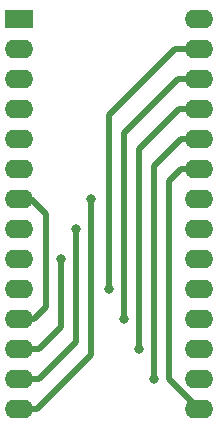
<source format=gtl>
G04 #@! TF.GenerationSoftware,KiCad,Pcbnew,5.1.12-84ad8e8a86~92~ubuntu20.04.1*
G04 #@! TF.CreationDate,2022-07-29T16:52:11-04:00*
G04 #@! TF.ProjectId,arkanoid-mpu-bypass,61726b61-6e6f-4696-942d-6d70752d6279,1.2*
G04 #@! TF.SameCoordinates,Original*
G04 #@! TF.FileFunction,Copper,L1,Top*
G04 #@! TF.FilePolarity,Positive*
%FSLAX46Y46*%
G04 Gerber Fmt 4.6, Leading zero omitted, Abs format (unit mm)*
G04 Created by KiCad (PCBNEW 5.1.12-84ad8e8a86~92~ubuntu20.04.1) date 2022-07-29 16:52:11*
%MOMM*%
%LPD*%
G01*
G04 APERTURE LIST*
G04 #@! TA.AperFunction,ComponentPad*
%ADD10O,2.400000X1.600000*%
G04 #@! TD*
G04 #@! TA.AperFunction,ComponentPad*
%ADD11R,2.400000X1.600000*%
G04 #@! TD*
G04 #@! TA.AperFunction,ViaPad*
%ADD12C,0.800000*%
G04 #@! TD*
G04 #@! TA.AperFunction,Conductor*
%ADD13C,0.500000*%
G04 #@! TD*
G04 APERTURE END LIST*
D10*
X160274000Y-54610000D03*
X145034000Y-87630000D03*
X160274000Y-57150000D03*
X145034000Y-85090000D03*
X160274000Y-59690000D03*
X145034000Y-82550000D03*
X160274000Y-62230000D03*
X145034000Y-80010000D03*
X160274000Y-64770000D03*
X145034000Y-77470000D03*
X160274000Y-67310000D03*
X145034000Y-74930000D03*
X160274000Y-69850000D03*
X145034000Y-72390000D03*
X160274000Y-72390000D03*
X145034000Y-69850000D03*
X160274000Y-74930000D03*
X145034000Y-67310000D03*
X160274000Y-77470000D03*
X145034000Y-64770000D03*
X160274000Y-80010000D03*
X145034000Y-62230000D03*
X160274000Y-82550000D03*
X145034000Y-59690000D03*
X160274000Y-85090000D03*
X145034000Y-57150000D03*
X160274000Y-87630000D03*
D11*
X145034000Y-54610000D03*
D12*
X151130000Y-69850000D03*
X152654004Y-77470000D03*
X149860000Y-72390000D03*
X153923994Y-80010000D03*
X148590000Y-74930000D03*
X155194001Y-82550001D03*
X156464000Y-85090000D03*
D13*
X145034000Y-87630000D02*
X146558000Y-87630000D01*
X146558000Y-87630000D02*
X151130000Y-83058000D01*
X151130000Y-83058000D02*
X151130000Y-69850000D01*
X152654004Y-62737996D02*
X152654004Y-77470000D01*
X160274000Y-57150000D02*
X158242000Y-57150000D01*
X158242000Y-57150000D02*
X152654004Y-62737996D01*
X149860000Y-81964000D02*
X149860000Y-72390000D01*
X146734000Y-85090000D02*
X149860000Y-81964000D01*
X145034000Y-85090000D02*
X146734000Y-85090000D01*
X153923994Y-64262006D02*
X153923994Y-80010000D01*
X160274000Y-59690000D02*
X158496000Y-59690000D01*
X158496000Y-59690000D02*
X153923994Y-64262006D01*
X145034000Y-82550000D02*
X146734000Y-82550000D01*
X146734000Y-82550000D02*
X148590000Y-80694000D01*
X148590000Y-80694000D02*
X148590000Y-74930000D01*
X158574000Y-62230000D02*
X155194001Y-65609999D01*
X160274000Y-62230000D02*
X158574000Y-62230000D01*
X155194001Y-65609999D02*
X155194001Y-82550001D01*
X146304000Y-80010000D02*
X145034000Y-80010000D01*
X147320000Y-78994000D02*
X146304000Y-80010000D01*
X147320000Y-71120000D02*
X147320000Y-78994000D01*
X146050000Y-69850000D02*
X147320000Y-71120000D01*
X145034000Y-69850000D02*
X146050000Y-69850000D01*
X156464000Y-68580000D02*
X156464000Y-85090000D01*
X160274000Y-64770000D02*
X158750000Y-64770000D01*
X156464000Y-67056000D02*
X156464000Y-68580000D01*
X158750000Y-64770000D02*
X156464000Y-67056000D01*
X157734000Y-85090000D02*
X160274000Y-87630000D01*
X157734000Y-68326000D02*
X157734000Y-85090000D01*
X158750000Y-67310000D02*
X157734000Y-68326000D01*
X160274000Y-67310000D02*
X158750000Y-67310000D01*
M02*

</source>
